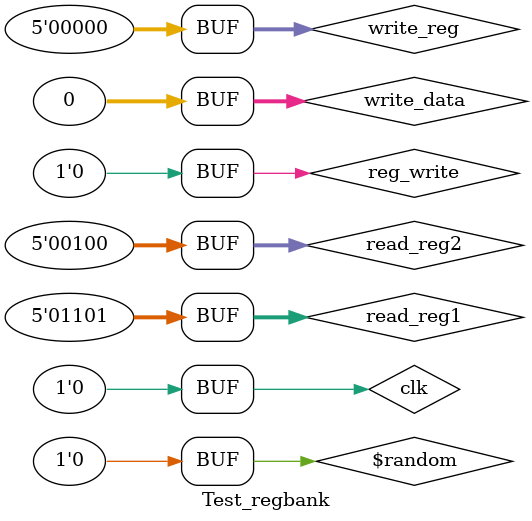
<source format=v>
`timescale 1ns / 1ps


module Test_regbank;

	// Inputs
	reg clk;
	reg reg_write;
	reg [4:0] read_reg1;
	reg [4:0] read_reg2;
	reg [4:0] write_reg;
	reg [31:0] write_data;

	// Outputs
	wire [31:0] read_data1;
	wire [31:0] read_data2;

	// Instantiate the Unit Under Test (UUT)
	regbank regbank_ins (
		.clk(clk), 
		.reg_write(reg_write), 
		.read_reg1(read_reg1), 
		.read_reg2(read_reg2), 
		.write_reg(write_reg), 
		.write_data(write_data), 
		.read_data1(read_data1), 
		.read_data2(read_data2)
	);

	initial begin
		// Initialize Inputs
		clk = 0;
		reg_write = 0;
		read_reg1 = 0;
		read_reg2 = 0;
		write_reg = 0;
		write_data = 0;
	end

	initial repeat (60) #5 clk = ~clk;
	
	initial begin
		#10
		reg_write = 1;
		write_reg = $random;
		write_data = $random;
		read_reg1 = 0;
		read_reg2 = $random;
		
		#15
		reg_write = 1;
		read_reg1 = $random;
		read_reg2 = 5'h4;
		write_reg = $random;
		write_data = $random;
		
		#17
		reg_write = 0;
		read_reg1 = 5'h0d;
		read_reg2 = 5'h4;
		write_reg = $random;
		write_data = $random;
		

	end
      
endmodule


</source>
